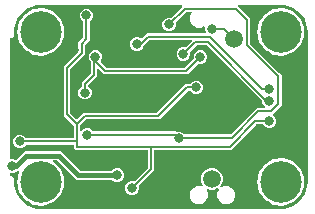
<source format=gbr>
G04 EAGLE Gerber RS-274X export*
G75*
%MOMM*%
%FSLAX34Y34*%
%LPD*%
%INBottom Copper*%
%IPPOS*%
%AMOC8*
5,1,8,0,0,1.08239X$1,22.5*%
G01*
%ADD10C,1.500000*%
%ADD11C,3.516000*%
%ADD12C,0.800100*%
%ADD13C,0.177800*%
%ADD14C,0.406400*%

G36*
X228643Y-86353D02*
X228643Y-86353D01*
X228670Y-86357D01*
X232107Y-86086D01*
X232261Y-86050D01*
X232311Y-86045D01*
X238849Y-83921D01*
X239087Y-83802D01*
X239092Y-83797D01*
X239097Y-83795D01*
X244658Y-79754D01*
X244847Y-79568D01*
X244851Y-79561D01*
X244854Y-79558D01*
X248895Y-73997D01*
X249017Y-73761D01*
X249019Y-73753D01*
X249021Y-73749D01*
X251145Y-67211D01*
X251171Y-67055D01*
X251186Y-67007D01*
X251457Y-63570D01*
X251453Y-63526D01*
X251459Y-63500D01*
X251459Y63500D01*
X251453Y63543D01*
X251457Y63570D01*
X251186Y67007D01*
X251150Y67161D01*
X251145Y67211D01*
X249021Y73749D01*
X248902Y73987D01*
X248897Y73992D01*
X248895Y73997D01*
X244854Y79558D01*
X244668Y79747D01*
X244661Y79751D01*
X244658Y79754D01*
X239097Y83795D01*
X238861Y83917D01*
X238853Y83919D01*
X238849Y83921D01*
X232312Y86045D01*
X232155Y86071D01*
X232107Y86086D01*
X228670Y86357D01*
X228626Y86353D01*
X228600Y86359D01*
X193243Y86359D01*
X193192Y86352D01*
X193140Y86353D01*
X193061Y86332D01*
X192980Y86319D01*
X192934Y86297D01*
X192884Y86283D01*
X192815Y86239D01*
X192741Y86204D01*
X192703Y86169D01*
X192659Y86141D01*
X192606Y86078D01*
X192546Y86022D01*
X192521Y85978D01*
X192487Y85938D01*
X192455Y85863D01*
X192415Y85792D01*
X192403Y85741D01*
X192383Y85694D01*
X192375Y85612D01*
X192357Y85532D01*
X192361Y85481D01*
X192356Y85429D01*
X192372Y85349D01*
X192378Y85267D01*
X192398Y85219D01*
X192408Y85169D01*
X192435Y85125D01*
X192477Y85020D01*
X192590Y84881D01*
X192615Y84843D01*
X200870Y76588D01*
X202693Y74765D01*
X202693Y54178D01*
X202696Y54157D01*
X202694Y54136D01*
X202716Y54026D01*
X202733Y53915D01*
X202742Y53896D01*
X202746Y53876D01*
X202770Y53837D01*
X202848Y53676D01*
X202925Y53593D01*
X202953Y53550D01*
X227540Y28963D01*
X229363Y27140D01*
X229363Y1435D01*
X222167Y-5761D01*
X222160Y-5770D01*
X222152Y-5776D01*
X222082Y-5876D01*
X222009Y-5975D01*
X222006Y-5985D01*
X221999Y-5994D01*
X221962Y-6110D01*
X221922Y-6226D01*
X221921Y-6237D01*
X221918Y-6247D01*
X221917Y-6369D01*
X221913Y-6492D01*
X221915Y-6502D01*
X221915Y-6513D01*
X221950Y-6630D01*
X221982Y-6748D01*
X221988Y-6757D01*
X221991Y-6767D01*
X222060Y-6869D01*
X222125Y-6972D01*
X222133Y-6979D01*
X222139Y-6988D01*
X222165Y-7006D01*
X222327Y-7144D01*
X223974Y-8791D01*
X224854Y-10915D01*
X224854Y-13215D01*
X223974Y-15339D01*
X222349Y-16964D01*
X220225Y-17844D01*
X217925Y-17844D01*
X215801Y-16964D01*
X214176Y-15339D01*
X214152Y-15281D01*
X214120Y-15228D01*
X214097Y-15170D01*
X214051Y-15115D01*
X214014Y-15053D01*
X213968Y-15012D01*
X213929Y-14964D01*
X213869Y-14924D01*
X213816Y-14877D01*
X213760Y-14851D01*
X213708Y-14817D01*
X213661Y-14806D01*
X213574Y-14767D01*
X213362Y-14740D01*
X213331Y-14733D01*
X208483Y-14733D01*
X208462Y-14736D01*
X208441Y-14734D01*
X208331Y-14756D01*
X208220Y-14773D01*
X208201Y-14782D01*
X208181Y-14786D01*
X208142Y-14810D01*
X207981Y-14888D01*
X207898Y-14965D01*
X207855Y-14993D01*
X186525Y-36323D01*
X122301Y-36323D01*
X122199Y-36338D01*
X122097Y-36346D01*
X122069Y-36358D01*
X122038Y-36363D01*
X121946Y-36407D01*
X121850Y-36445D01*
X121827Y-36465D01*
X121799Y-36478D01*
X121724Y-36548D01*
X121644Y-36613D01*
X121627Y-36639D01*
X121605Y-36660D01*
X121554Y-36749D01*
X121497Y-36834D01*
X121491Y-36858D01*
X121473Y-36890D01*
X121415Y-37150D01*
X121418Y-37188D01*
X121413Y-37211D01*
X121413Y-53810D01*
X108818Y-66405D01*
X108781Y-66455D01*
X108737Y-66498D01*
X108703Y-66561D01*
X108660Y-66619D01*
X108640Y-66677D01*
X108610Y-66732D01*
X108596Y-66802D01*
X108573Y-66870D01*
X108571Y-66932D01*
X108559Y-66993D01*
X108567Y-67040D01*
X108564Y-67136D01*
X108620Y-67342D01*
X108625Y-67373D01*
X108649Y-67430D01*
X108649Y-69730D01*
X107769Y-71854D01*
X106144Y-73479D01*
X104020Y-74359D01*
X101720Y-74359D01*
X99596Y-73479D01*
X97971Y-71854D01*
X97091Y-69730D01*
X97091Y-67430D01*
X97971Y-65306D01*
X99596Y-63681D01*
X101720Y-62801D01*
X104020Y-62801D01*
X104077Y-62825D01*
X104137Y-62840D01*
X104194Y-62864D01*
X104266Y-62871D01*
X104335Y-62888D01*
X104397Y-62885D01*
X104459Y-62891D01*
X104529Y-62877D01*
X104600Y-62873D01*
X104659Y-62851D01*
X104719Y-62839D01*
X104760Y-62813D01*
X104849Y-62780D01*
X105019Y-62649D01*
X105045Y-62632D01*
X115817Y-51860D01*
X115830Y-51843D01*
X115846Y-51830D01*
X115908Y-51736D01*
X115975Y-51646D01*
X115982Y-51626D01*
X115993Y-51609D01*
X116003Y-51564D01*
X116062Y-51395D01*
X116066Y-51282D01*
X116077Y-51232D01*
X116077Y-37211D01*
X116062Y-37109D01*
X116054Y-37007D01*
X116042Y-36979D01*
X116037Y-36948D01*
X115993Y-36856D01*
X115955Y-36760D01*
X115935Y-36737D01*
X115922Y-36709D01*
X115852Y-36634D01*
X115787Y-36554D01*
X115761Y-36537D01*
X115740Y-36515D01*
X115651Y-36464D01*
X115566Y-36407D01*
X115542Y-36401D01*
X115510Y-36383D01*
X115250Y-36325D01*
X115212Y-36328D01*
X115189Y-36323D01*
X54775Y-36323D01*
X53212Y-34760D01*
X53212Y-32766D01*
X53197Y-32664D01*
X53189Y-32562D01*
X53177Y-32534D01*
X53172Y-32503D01*
X53128Y-32411D01*
X53090Y-32315D01*
X53070Y-32292D01*
X53057Y-32264D01*
X52987Y-32189D01*
X52922Y-32109D01*
X52896Y-32092D01*
X52875Y-32070D01*
X52786Y-32019D01*
X52701Y-31962D01*
X52677Y-31956D01*
X52645Y-31938D01*
X52385Y-31880D01*
X52347Y-31883D01*
X52324Y-31878D01*
X13364Y-31878D01*
X13303Y-31887D01*
X13241Y-31886D01*
X13172Y-31907D01*
X13101Y-31918D01*
X13045Y-31944D01*
X12986Y-31962D01*
X12926Y-32002D01*
X12862Y-32033D01*
X12816Y-32076D01*
X12765Y-32110D01*
X12737Y-32149D01*
X12667Y-32215D01*
X12561Y-32400D01*
X12543Y-32426D01*
X12519Y-32484D01*
X10894Y-34109D01*
X8770Y-34989D01*
X6470Y-34989D01*
X4346Y-34109D01*
X2721Y-32484D01*
X1841Y-30360D01*
X1841Y-28060D01*
X2721Y-25936D01*
X4346Y-24311D01*
X6470Y-23431D01*
X8770Y-23431D01*
X10894Y-24311D01*
X12519Y-25936D01*
X12543Y-25994D01*
X12575Y-26047D01*
X12598Y-26105D01*
X12644Y-26160D01*
X12681Y-26222D01*
X12727Y-26263D01*
X12766Y-26311D01*
X12826Y-26351D01*
X12879Y-26398D01*
X12935Y-26424D01*
X12987Y-26458D01*
X13034Y-26469D01*
X13121Y-26508D01*
X13333Y-26535D01*
X13364Y-26542D01*
X52324Y-26542D01*
X52426Y-26527D01*
X52528Y-26519D01*
X52556Y-26507D01*
X52587Y-26502D01*
X52679Y-26458D01*
X52775Y-26420D01*
X52798Y-26400D01*
X52826Y-26387D01*
X52901Y-26317D01*
X52981Y-26252D01*
X52998Y-26226D01*
X53020Y-26205D01*
X53071Y-26116D01*
X53128Y-26031D01*
X53134Y-26007D01*
X53152Y-25975D01*
X53210Y-25715D01*
X53207Y-25677D01*
X53212Y-25654D01*
X53212Y-16078D01*
X53209Y-16057D01*
X53211Y-16036D01*
X53189Y-15926D01*
X53172Y-15815D01*
X53163Y-15796D01*
X53159Y-15776D01*
X53135Y-15737D01*
X53057Y-15576D01*
X52980Y-15493D01*
X52952Y-15450D01*
X44957Y-7455D01*
X44957Y34221D01*
X57080Y46343D01*
X57092Y46360D01*
X57108Y46373D01*
X57171Y46467D01*
X57237Y46557D01*
X57244Y46577D01*
X57256Y46594D01*
X57266Y46639D01*
X57325Y46808D01*
X57329Y46921D01*
X57340Y46971D01*
X57340Y54763D01*
X61207Y58630D01*
X61220Y58647D01*
X61236Y58660D01*
X61298Y58754D01*
X61365Y58844D01*
X61372Y58864D01*
X61383Y58881D01*
X61393Y58926D01*
X61452Y59095D01*
X61456Y59208D01*
X61467Y59258D01*
X61467Y71726D01*
X61458Y71787D01*
X61459Y71849D01*
X61438Y71918D01*
X61427Y71989D01*
X61401Y72045D01*
X61383Y72104D01*
X61343Y72164D01*
X61312Y72228D01*
X61269Y72274D01*
X61235Y72325D01*
X61196Y72353D01*
X61130Y72423D01*
X60945Y72529D01*
X60919Y72547D01*
X60861Y72571D01*
X59236Y74196D01*
X58356Y76320D01*
X58356Y78620D01*
X59236Y80744D01*
X60861Y82369D01*
X62985Y83249D01*
X65285Y83249D01*
X67409Y82369D01*
X69034Y80744D01*
X69914Y78620D01*
X69914Y76320D01*
X69034Y74196D01*
X67409Y72571D01*
X67351Y72547D01*
X67298Y72515D01*
X67240Y72492D01*
X67185Y72446D01*
X67123Y72409D01*
X67082Y72363D01*
X67034Y72324D01*
X66994Y72264D01*
X66947Y72211D01*
X66921Y72155D01*
X66887Y72103D01*
X66876Y72056D01*
X66837Y71969D01*
X66810Y71757D01*
X66803Y71726D01*
X66803Y56680D01*
X62935Y52813D01*
X62923Y52796D01*
X62907Y52782D01*
X62892Y52761D01*
X62890Y52759D01*
X62886Y52751D01*
X62844Y52689D01*
X62778Y52599D01*
X62771Y52579D01*
X62759Y52561D01*
X62749Y52517D01*
X62690Y52348D01*
X62686Y52235D01*
X62675Y52185D01*
X62675Y44393D01*
X50553Y32271D01*
X50540Y32254D01*
X50524Y32241D01*
X50462Y32147D01*
X50395Y32057D01*
X50388Y32037D01*
X50377Y32020D01*
X50367Y31975D01*
X50308Y31806D01*
X50304Y31693D01*
X50293Y31643D01*
X50293Y-4877D01*
X50296Y-4898D01*
X50294Y-4919D01*
X50316Y-5029D01*
X50333Y-5140D01*
X50342Y-5159D01*
X50346Y-5179D01*
X50370Y-5218D01*
X50448Y-5379D01*
X50525Y-5462D01*
X50553Y-5505D01*
X55252Y-10204D01*
X55335Y-10265D01*
X55413Y-10332D01*
X55441Y-10344D01*
X55466Y-10362D01*
X55563Y-10396D01*
X55657Y-10436D01*
X55688Y-10439D01*
X55717Y-10449D01*
X55820Y-10453D01*
X55922Y-10463D01*
X55952Y-10457D01*
X55983Y-10458D01*
X56082Y-10431D01*
X56182Y-10411D01*
X56203Y-10398D01*
X56239Y-10389D01*
X56463Y-10246D01*
X56488Y-10217D01*
X56508Y-10204D01*
X61760Y-4952D01*
X123622Y-4952D01*
X123643Y-4949D01*
X123664Y-4951D01*
X123774Y-4929D01*
X123885Y-4912D01*
X123904Y-4903D01*
X123924Y-4899D01*
X123963Y-4875D01*
X124124Y-4797D01*
X124207Y-4720D01*
X124250Y-4692D01*
X148120Y19178D01*
X151419Y19178D01*
X151480Y19187D01*
X151542Y19186D01*
X151611Y19207D01*
X151681Y19218D01*
X151737Y19244D01*
X151797Y19262D01*
X151856Y19302D01*
X151921Y19333D01*
X151966Y19376D01*
X152018Y19410D01*
X152045Y19449D01*
X152115Y19515D01*
X152221Y19700D01*
X152239Y19726D01*
X152263Y19784D01*
X153889Y21409D01*
X156013Y22289D01*
X158312Y22289D01*
X160436Y21409D01*
X162062Y19784D01*
X162942Y17660D01*
X162942Y15360D01*
X162062Y13236D01*
X160436Y11611D01*
X158312Y10731D01*
X156013Y10731D01*
X153889Y11611D01*
X152263Y13236D01*
X152239Y13294D01*
X152207Y13347D01*
X152184Y13405D01*
X152139Y13460D01*
X152102Y13522D01*
X152056Y13563D01*
X152017Y13611D01*
X151957Y13651D01*
X151903Y13698D01*
X151847Y13724D01*
X151795Y13758D01*
X151748Y13769D01*
X151661Y13808D01*
X151449Y13835D01*
X151419Y13842D01*
X150698Y13842D01*
X150677Y13839D01*
X150656Y13841D01*
X150546Y13819D01*
X150435Y13802D01*
X150416Y13793D01*
X150396Y13789D01*
X150357Y13765D01*
X150196Y13687D01*
X150113Y13610D01*
X150070Y13582D01*
X128023Y-8465D01*
X126200Y-10288D01*
X64338Y-10288D01*
X64317Y-10291D01*
X64296Y-10289D01*
X64186Y-10311D01*
X64075Y-10328D01*
X64056Y-10337D01*
X64036Y-10341D01*
X63997Y-10365D01*
X63836Y-10443D01*
X63753Y-10520D01*
X63710Y-10548D01*
X58808Y-15450D01*
X58795Y-15467D01*
X58779Y-15480D01*
X58717Y-15574D01*
X58650Y-15664D01*
X58643Y-15684D01*
X58632Y-15701D01*
X58622Y-15746D01*
X58563Y-15915D01*
X58559Y-16028D01*
X58548Y-16078D01*
X58548Y-19400D01*
X58555Y-19451D01*
X58554Y-19502D01*
X58575Y-19582D01*
X58588Y-19663D01*
X58610Y-19709D01*
X58624Y-19759D01*
X58668Y-19828D01*
X58703Y-19902D01*
X58738Y-19940D01*
X58766Y-19983D01*
X58829Y-20036D01*
X58885Y-20096D01*
X58929Y-20122D01*
X58969Y-20155D01*
X59044Y-20188D01*
X59115Y-20228D01*
X59166Y-20239D01*
X59213Y-20260D01*
X59295Y-20268D01*
X59375Y-20286D01*
X59426Y-20282D01*
X59478Y-20287D01*
X59558Y-20271D01*
X59640Y-20264D01*
X59688Y-20245D01*
X59738Y-20235D01*
X59782Y-20207D01*
X59887Y-20165D01*
X60026Y-20052D01*
X60064Y-20028D01*
X61496Y-18596D01*
X63620Y-17716D01*
X65920Y-17716D01*
X68044Y-18596D01*
X69669Y-20221D01*
X69693Y-20279D01*
X69725Y-20332D01*
X69748Y-20390D01*
X69794Y-20445D01*
X69831Y-20507D01*
X69877Y-20548D01*
X69916Y-20596D01*
X69976Y-20636D01*
X70029Y-20683D01*
X70085Y-20709D01*
X70137Y-20743D01*
X70184Y-20754D01*
X70271Y-20793D01*
X70483Y-20820D01*
X70514Y-20827D01*
X140203Y-20827D01*
X140221Y-20837D01*
X140279Y-20880D01*
X140337Y-20900D01*
X140392Y-20930D01*
X140462Y-20944D01*
X140530Y-20967D01*
X140592Y-20969D01*
X140653Y-20981D01*
X140700Y-20973D01*
X140796Y-20976D01*
X141002Y-20920D01*
X141033Y-20915D01*
X141090Y-20891D01*
X143390Y-20891D01*
X145514Y-21771D01*
X146850Y-23107D01*
X146867Y-23120D01*
X146880Y-23136D01*
X146974Y-23198D01*
X147064Y-23265D01*
X147084Y-23272D01*
X147101Y-23283D01*
X147146Y-23293D01*
X147315Y-23352D01*
X147428Y-23356D01*
X147478Y-23367D01*
X185852Y-23367D01*
X185873Y-23364D01*
X185894Y-23366D01*
X186004Y-23344D01*
X186115Y-23327D01*
X186134Y-23318D01*
X186154Y-23314D01*
X186193Y-23290D01*
X186354Y-23212D01*
X186437Y-23135D01*
X186480Y-23107D01*
X206622Y-2965D01*
X208445Y-1142D01*
X214345Y-1142D01*
X214396Y-1135D01*
X214447Y-1136D01*
X214527Y-1115D01*
X214608Y-1102D01*
X214654Y-1080D01*
X214704Y-1066D01*
X214773Y-1022D01*
X214847Y-987D01*
X214885Y-951D01*
X214928Y-924D01*
X214981Y-861D01*
X215041Y-805D01*
X215067Y-761D01*
X215100Y-721D01*
X215133Y-646D01*
X215173Y-575D01*
X215184Y-524D01*
X215205Y-477D01*
X215213Y-395D01*
X215231Y-315D01*
X215227Y-264D01*
X215232Y-212D01*
X215216Y-132D01*
X215209Y-50D01*
X215190Y-2D01*
X215180Y48D01*
X215152Y92D01*
X215110Y197D01*
X214997Y336D01*
X214973Y374D01*
X213541Y1806D01*
X212661Y3930D01*
X212661Y4814D01*
X212658Y4834D01*
X212660Y4855D01*
X212638Y4966D01*
X212621Y5076D01*
X212612Y5095D01*
X212608Y5116D01*
X212583Y5154D01*
X212505Y5316D01*
X212428Y5398D01*
X212401Y5442D01*
X166033Y51809D01*
X166016Y51822D01*
X166003Y51838D01*
X165909Y51900D01*
X165819Y51967D01*
X165799Y51974D01*
X165782Y51985D01*
X165737Y51995D01*
X165568Y52054D01*
X165455Y52058D01*
X165405Y52069D01*
X157651Y52069D01*
X157630Y52066D01*
X157609Y52068D01*
X157499Y52046D01*
X157388Y52029D01*
X157369Y52020D01*
X157349Y52016D01*
X157310Y51992D01*
X157149Y51914D01*
X157066Y51837D01*
X157023Y51809D01*
X152093Y46879D01*
X152056Y46829D01*
X152012Y46786D01*
X151978Y46723D01*
X151935Y46665D01*
X151915Y46607D01*
X151885Y46552D01*
X151871Y46482D01*
X151848Y46414D01*
X151846Y46352D01*
X151834Y46291D01*
X151842Y46244D01*
X151839Y46148D01*
X151895Y45942D01*
X151900Y45911D01*
X151924Y45854D01*
X151924Y43554D01*
X151044Y41430D01*
X149419Y39805D01*
X147295Y38925D01*
X144995Y38925D01*
X142871Y39805D01*
X141246Y41430D01*
X140366Y43554D01*
X140366Y45854D01*
X141246Y47978D01*
X142871Y49603D01*
X144995Y50483D01*
X147295Y50483D01*
X147352Y50459D01*
X147412Y50445D01*
X147469Y50420D01*
X147541Y50413D01*
X147610Y50396D01*
X147672Y50399D01*
X147734Y50393D01*
X147804Y50407D01*
X147876Y50411D01*
X147934Y50433D01*
X147994Y50445D01*
X148035Y50471D01*
X148125Y50504D01*
X148227Y50584D01*
X148234Y50587D01*
X148246Y50598D01*
X148294Y50635D01*
X148320Y50652D01*
X153047Y55379D01*
X153078Y55420D01*
X153116Y55456D01*
X153156Y55527D01*
X153205Y55593D01*
X153222Y55642D01*
X153247Y55686D01*
X153265Y55766D01*
X153292Y55844D01*
X153294Y55896D01*
X153305Y55946D01*
X153299Y56028D01*
X153301Y56110D01*
X153288Y56159D01*
X153284Y56211D01*
X153253Y56287D01*
X153232Y56366D01*
X153204Y56410D01*
X153185Y56458D01*
X153133Y56521D01*
X153089Y56590D01*
X153050Y56624D01*
X153017Y56664D01*
X152949Y56709D01*
X152886Y56762D01*
X152839Y56783D01*
X152796Y56811D01*
X152746Y56823D01*
X152642Y56867D01*
X152464Y56885D01*
X152419Y56895D01*
X117888Y56895D01*
X117867Y56892D01*
X117846Y56894D01*
X117736Y56872D01*
X117625Y56855D01*
X117606Y56846D01*
X117586Y56842D01*
X117547Y56818D01*
X117386Y56740D01*
X117303Y56663D01*
X117260Y56635D01*
X112908Y52283D01*
X112750Y52069D01*
X112733Y52020D01*
X112715Y51995D01*
X111916Y50066D01*
X110291Y48441D01*
X108167Y47561D01*
X105867Y47561D01*
X103743Y48441D01*
X102118Y50066D01*
X101238Y52190D01*
X101238Y54490D01*
X102118Y56614D01*
X103743Y58239D01*
X105867Y59119D01*
X108167Y59119D01*
X110383Y58201D01*
X110389Y58196D01*
X110423Y58185D01*
X110454Y58172D01*
X110474Y58167D01*
X110487Y58162D01*
X110582Y58122D01*
X110612Y58119D01*
X110640Y58109D01*
X110743Y58105D01*
X110846Y58094D01*
X110876Y58100D01*
X110906Y58099D01*
X111005Y58126D01*
X111107Y58146D01*
X111127Y58159D01*
X111163Y58169D01*
X111387Y58311D01*
X111412Y58340D01*
X111433Y58353D01*
X115310Y62231D01*
X164173Y62231D01*
X164184Y62232D01*
X164194Y62231D01*
X164315Y62252D01*
X164436Y62271D01*
X164445Y62275D01*
X164456Y62277D01*
X164565Y62333D01*
X164675Y62386D01*
X164683Y62393D01*
X164692Y62398D01*
X164780Y62484D01*
X164870Y62568D01*
X164875Y62577D01*
X164882Y62584D01*
X164941Y62692D01*
X165001Y62798D01*
X165004Y62809D01*
X165009Y62818D01*
X165033Y62938D01*
X165059Y63058D01*
X165058Y63068D01*
X165060Y63079D01*
X165055Y63109D01*
X165038Y63323D01*
X165002Y63411D01*
X164994Y63459D01*
X164401Y64890D01*
X164401Y67366D01*
X164400Y67372D01*
X164402Y67392D01*
X164388Y67473D01*
X164384Y67554D01*
X164365Y67603D01*
X164362Y67624D01*
X164361Y67629D01*
X164357Y67654D01*
X164319Y67726D01*
X164290Y67803D01*
X164259Y67844D01*
X164235Y67890D01*
X164178Y67949D01*
X164128Y68014D01*
X164086Y68043D01*
X164049Y68080D01*
X163977Y68119D01*
X163910Y68166D01*
X163861Y68182D01*
X163816Y68207D01*
X163735Y68223D01*
X163657Y68248D01*
X163605Y68248D01*
X163555Y68258D01*
X163504Y68249D01*
X163391Y68251D01*
X163330Y68233D01*
X163309Y68231D01*
X163263Y68213D01*
X163219Y68199D01*
X163175Y68192D01*
X160815Y67214D01*
X157815Y67214D01*
X155044Y68362D01*
X152922Y70484D01*
X151774Y73255D01*
X151774Y76255D01*
X152930Y79045D01*
X152965Y79078D01*
X153006Y79149D01*
X153054Y79215D01*
X153071Y79264D01*
X153097Y79308D01*
X153115Y79388D01*
X153142Y79466D01*
X153144Y79517D01*
X153155Y79568D01*
X153148Y79650D01*
X153151Y79731D01*
X153137Y79781D01*
X153133Y79833D01*
X153103Y79909D01*
X153081Y79988D01*
X153053Y80032D01*
X153034Y80080D01*
X152982Y80143D01*
X152939Y80212D01*
X152899Y80246D01*
X152867Y80286D01*
X152798Y80331D01*
X152736Y80384D01*
X152689Y80405D01*
X152645Y80433D01*
X152595Y80445D01*
X152492Y80489D01*
X152313Y80507D01*
X152269Y80517D01*
X148793Y80517D01*
X148772Y80514D01*
X148751Y80516D01*
X148641Y80494D01*
X148530Y80477D01*
X148511Y80468D01*
X148491Y80464D01*
X148452Y80440D01*
X148291Y80362D01*
X148208Y80285D01*
X148165Y80257D01*
X139933Y72025D01*
X139896Y71975D01*
X139852Y71932D01*
X139818Y71869D01*
X139775Y71811D01*
X139755Y71753D01*
X139725Y71698D01*
X139711Y71628D01*
X139688Y71560D01*
X139686Y71498D01*
X139674Y71437D01*
X139682Y71390D01*
X139679Y71294D01*
X139735Y71088D01*
X139740Y71057D01*
X139764Y71000D01*
X139764Y68700D01*
X138884Y66576D01*
X137259Y64951D01*
X135135Y64071D01*
X132835Y64071D01*
X130711Y64951D01*
X129086Y66576D01*
X128206Y68700D01*
X128206Y71000D01*
X129086Y73124D01*
X130711Y74749D01*
X132835Y75629D01*
X135135Y75629D01*
X135192Y75605D01*
X135252Y75590D01*
X135309Y75566D01*
X135381Y75559D01*
X135450Y75542D01*
X135512Y75545D01*
X135574Y75539D01*
X135644Y75553D01*
X135715Y75557D01*
X135774Y75579D01*
X135834Y75591D01*
X135875Y75617D01*
X135964Y75650D01*
X136134Y75781D01*
X136160Y75798D01*
X144392Y84030D01*
X145205Y84843D01*
X145236Y84884D01*
X145274Y84920D01*
X145314Y84991D01*
X145363Y85057D01*
X145380Y85106D01*
X145405Y85150D01*
X145423Y85230D01*
X145450Y85308D01*
X145452Y85360D01*
X145463Y85410D01*
X145457Y85492D01*
X145459Y85574D01*
X145446Y85623D01*
X145442Y85675D01*
X145411Y85751D01*
X145390Y85830D01*
X145362Y85874D01*
X145343Y85922D01*
X145291Y85985D01*
X145247Y86054D01*
X145208Y86088D01*
X145175Y86128D01*
X145107Y86173D01*
X145044Y86226D01*
X144997Y86247D01*
X144954Y86275D01*
X144904Y86287D01*
X144800Y86331D01*
X144622Y86349D01*
X144577Y86359D01*
X25400Y86359D01*
X25357Y86353D01*
X25330Y86357D01*
X21893Y86086D01*
X21739Y86050D01*
X21689Y86045D01*
X15151Y83921D01*
X14913Y83802D01*
X14908Y83797D01*
X14903Y83795D01*
X9342Y79754D01*
X9153Y79568D01*
X9149Y79561D01*
X9146Y79558D01*
X5105Y73997D01*
X4983Y73761D01*
X4981Y73753D01*
X4979Y73749D01*
X2855Y67211D01*
X2829Y67055D01*
X2814Y67007D01*
X2543Y63570D01*
X2547Y63526D01*
X2541Y63500D01*
X2541Y59908D01*
X1052Y58419D01*
X0Y58419D01*
X-102Y58404D01*
X-204Y58396D01*
X-232Y58384D01*
X-263Y58379D01*
X-355Y58335D01*
X-451Y58297D01*
X-474Y58277D01*
X-502Y58264D01*
X-577Y58194D01*
X-657Y58129D01*
X-674Y58103D01*
X-696Y58082D01*
X-747Y57993D01*
X-804Y57908D01*
X-810Y57884D01*
X-828Y57852D01*
X-886Y57592D01*
X-883Y57554D01*
X-888Y57531D01*
X-888Y-43498D01*
X-873Y-43599D01*
X-865Y-43701D01*
X-853Y-43730D01*
X-848Y-43760D01*
X-804Y-43853D01*
X-766Y-43948D01*
X-746Y-43972D01*
X-733Y-44000D01*
X-663Y-44075D01*
X-598Y-44154D01*
X-572Y-44171D01*
X-551Y-44194D01*
X-462Y-44245D01*
X-377Y-44302D01*
X-353Y-44307D01*
X-321Y-44326D01*
X-61Y-44384D01*
X-23Y-44381D01*
X0Y-44386D01*
X2420Y-44386D01*
X3579Y-44866D01*
X3639Y-44881D01*
X3696Y-44905D01*
X3768Y-44913D01*
X3837Y-44930D01*
X3899Y-44926D01*
X3961Y-44933D01*
X4031Y-44919D01*
X4103Y-44915D01*
X4161Y-44893D01*
X4222Y-44881D01*
X4262Y-44855D01*
X4352Y-44821D01*
X4521Y-44690D01*
X4547Y-44674D01*
X9231Y-39990D01*
X11724Y-37497D01*
X42251Y-37497D01*
X58468Y-53714D01*
X58485Y-53727D01*
X58498Y-53743D01*
X58592Y-53805D01*
X58682Y-53872D01*
X58702Y-53879D01*
X58720Y-53890D01*
X58764Y-53900D01*
X58933Y-53959D01*
X59046Y-53963D01*
X59096Y-53974D01*
X85392Y-53974D01*
X85413Y-53971D01*
X85434Y-53973D01*
X85544Y-53951D01*
X85655Y-53934D01*
X85674Y-53925D01*
X85695Y-53921D01*
X85733Y-53897D01*
X85894Y-53819D01*
X85977Y-53742D01*
X86020Y-53714D01*
X86849Y-52886D01*
X88973Y-52006D01*
X91272Y-52006D01*
X93396Y-52886D01*
X95022Y-54511D01*
X95902Y-56635D01*
X95902Y-58935D01*
X95022Y-61059D01*
X93396Y-62684D01*
X91272Y-63564D01*
X88973Y-63564D01*
X86849Y-62684D01*
X86020Y-61856D01*
X86003Y-61843D01*
X85990Y-61827D01*
X85897Y-61765D01*
X85806Y-61698D01*
X85787Y-61691D01*
X85769Y-61680D01*
X85725Y-61670D01*
X85555Y-61611D01*
X85443Y-61607D01*
X85392Y-61596D01*
X55572Y-61596D01*
X39355Y-45379D01*
X39338Y-45366D01*
X39325Y-45350D01*
X39231Y-45288D01*
X39141Y-45221D01*
X39121Y-45214D01*
X39103Y-45203D01*
X39059Y-45193D01*
X38890Y-45134D01*
X38777Y-45130D01*
X38727Y-45119D01*
X36742Y-45119D01*
X36668Y-45130D01*
X36593Y-45131D01*
X36537Y-45150D01*
X36479Y-45159D01*
X36412Y-45191D01*
X36341Y-45214D01*
X36293Y-45249D01*
X36240Y-45274D01*
X36185Y-45325D01*
X36124Y-45369D01*
X36088Y-45415D01*
X36045Y-45456D01*
X36008Y-45521D01*
X35963Y-45580D01*
X35943Y-45635D01*
X35913Y-45686D01*
X35897Y-45759D01*
X35871Y-45830D01*
X35868Y-45888D01*
X35856Y-45946D01*
X35862Y-46020D01*
X35858Y-46095D01*
X35872Y-46152D01*
X35877Y-46211D01*
X35905Y-46280D01*
X35924Y-46353D01*
X35948Y-46387D01*
X35976Y-46458D01*
X36144Y-46664D01*
X36146Y-46666D01*
X36147Y-46667D01*
X41694Y-51661D01*
X45101Y-59312D01*
X45101Y-67688D01*
X41694Y-75339D01*
X35470Y-80943D01*
X27505Y-83531D01*
X19176Y-82655D01*
X14449Y-79926D01*
X14386Y-79901D01*
X14377Y-79895D01*
X14347Y-79867D01*
X11923Y-78468D01*
X9129Y-74622D01*
X9064Y-74556D01*
X9039Y-74516D01*
X8984Y-74461D01*
X8957Y-74417D01*
X8935Y-74361D01*
X8903Y-74322D01*
X8891Y-74294D01*
X7000Y-71692D01*
X6133Y-67611D01*
X6094Y-67506D01*
X6085Y-67455D01*
X6041Y-67351D01*
X6041Y-67273D01*
X6021Y-67142D01*
X6022Y-67088D01*
X5259Y-63500D01*
X6022Y-59912D01*
X6027Y-59828D01*
X6039Y-59773D01*
X6037Y-59746D01*
X6041Y-59727D01*
X6041Y-59649D01*
X6085Y-59545D01*
X6112Y-59436D01*
X6133Y-59389D01*
X7011Y-55259D01*
X7053Y-55185D01*
X7057Y-55167D01*
X7066Y-55150D01*
X7086Y-55037D01*
X7111Y-54925D01*
X7110Y-54907D01*
X7113Y-54889D01*
X7099Y-54774D01*
X7090Y-54660D01*
X7083Y-54643D01*
X7081Y-54625D01*
X7033Y-54520D01*
X6991Y-54413D01*
X6979Y-54399D01*
X6971Y-54382D01*
X6896Y-54296D01*
X6823Y-54207D01*
X6808Y-54197D01*
X6796Y-54183D01*
X6697Y-54123D01*
X6602Y-54060D01*
X6588Y-54056D01*
X6569Y-54045D01*
X6311Y-53980D01*
X6257Y-53983D01*
X6225Y-53976D01*
X6000Y-53976D01*
X5980Y-53979D01*
X5959Y-53977D01*
X5848Y-53999D01*
X5737Y-54016D01*
X5719Y-54025D01*
X5698Y-54029D01*
X5659Y-54053D01*
X5498Y-54131D01*
X5416Y-54208D01*
X5372Y-54236D01*
X4544Y-55064D01*
X2420Y-55944D01*
X0Y-55944D01*
X-102Y-55960D01*
X-204Y-55968D01*
X-232Y-55979D01*
X-263Y-55984D01*
X-355Y-56029D01*
X-451Y-56067D01*
X-474Y-56086D01*
X-502Y-56100D01*
X-577Y-56170D01*
X-657Y-56235D01*
X-674Y-56260D01*
X-696Y-56281D01*
X-747Y-56370D01*
X-804Y-56456D01*
X-810Y-56479D01*
X-828Y-56512D01*
X-886Y-56771D01*
X-883Y-56809D01*
X-888Y-56832D01*
X-888Y-57531D01*
X-873Y-57633D01*
X-865Y-57735D01*
X-853Y-57763D01*
X-848Y-57794D01*
X-804Y-57886D01*
X-766Y-57982D01*
X-746Y-58005D01*
X-733Y-58033D01*
X-663Y-58108D01*
X-598Y-58188D01*
X-572Y-58205D01*
X-551Y-58227D01*
X-462Y-58278D01*
X-377Y-58335D01*
X-353Y-58341D01*
X-321Y-58359D01*
X-61Y-58417D01*
X-23Y-58414D01*
X0Y-58419D01*
X1052Y-58419D01*
X2541Y-59908D01*
X2541Y-63500D01*
X2547Y-63543D01*
X2543Y-63570D01*
X2814Y-67007D01*
X2850Y-67161D01*
X2855Y-67211D01*
X4979Y-73749D01*
X5098Y-73987D01*
X5103Y-73992D01*
X5105Y-73997D01*
X9146Y-79558D01*
X9332Y-79747D01*
X9339Y-79751D01*
X9342Y-79754D01*
X14903Y-83795D01*
X15139Y-83917D01*
X15147Y-83919D01*
X15151Y-83921D01*
X21689Y-86045D01*
X21845Y-86071D01*
X21893Y-86086D01*
X25330Y-86357D01*
X25374Y-86353D01*
X25400Y-86359D01*
X228600Y-86359D01*
X228643Y-86353D01*
G37*
%LPC*%
G36*
X19176Y44345D02*
X19176Y44345D01*
X14449Y47074D01*
X14386Y47099D01*
X14377Y47105D01*
X14347Y47133D01*
X11923Y48532D01*
X9129Y52378D01*
X9064Y52444D01*
X9039Y52484D01*
X8984Y52539D01*
X8938Y52615D01*
X8920Y52658D01*
X8901Y52682D01*
X8891Y52706D01*
X7000Y55308D01*
X6133Y59389D01*
X6094Y59494D01*
X6085Y59545D01*
X6041Y59649D01*
X6041Y59727D01*
X6021Y59858D01*
X6022Y59912D01*
X5259Y63500D01*
X6022Y67088D01*
X6028Y67199D01*
X6039Y67247D01*
X6038Y67259D01*
X6041Y67273D01*
X6041Y67351D01*
X6085Y67455D01*
X6112Y67564D01*
X6133Y67611D01*
X7000Y71692D01*
X8891Y74294D01*
X8963Y74434D01*
X8979Y74456D01*
X9039Y74516D01*
X9094Y74591D01*
X9129Y74622D01*
X11923Y78468D01*
X14347Y79867D01*
X14371Y79887D01*
X14397Y79899D01*
X14414Y79915D01*
X14449Y79926D01*
X19176Y82655D01*
X27505Y83531D01*
X35470Y80942D01*
X37532Y79087D01*
X41694Y75339D01*
X45101Y67688D01*
X45101Y59312D01*
X41694Y51661D01*
X35470Y46057D01*
X27505Y43469D01*
X19176Y44345D01*
G37*
%LPD*%
%LPC*%
G36*
X222376Y44345D02*
X222376Y44345D01*
X217649Y47074D01*
X217586Y47099D01*
X217577Y47105D01*
X217547Y47133D01*
X215123Y48532D01*
X212329Y52378D01*
X212264Y52444D01*
X212239Y52484D01*
X212184Y52539D01*
X212138Y52615D01*
X212120Y52658D01*
X212101Y52682D01*
X212091Y52706D01*
X210200Y55308D01*
X209333Y59389D01*
X209294Y59494D01*
X209285Y59545D01*
X209241Y59649D01*
X209241Y59727D01*
X209221Y59858D01*
X209222Y59912D01*
X208459Y63500D01*
X209222Y67088D01*
X209228Y67199D01*
X209239Y67247D01*
X209238Y67259D01*
X209241Y67273D01*
X209241Y67351D01*
X209285Y67455D01*
X209312Y67564D01*
X209333Y67611D01*
X210200Y71692D01*
X212091Y74294D01*
X212163Y74434D01*
X212179Y74456D01*
X212239Y74516D01*
X212294Y74591D01*
X212329Y74622D01*
X215123Y78468D01*
X217547Y79867D01*
X217571Y79887D01*
X217597Y79899D01*
X217614Y79915D01*
X217649Y79926D01*
X222376Y82655D01*
X230705Y83531D01*
X238670Y80942D01*
X240732Y79087D01*
X244894Y75339D01*
X248301Y67688D01*
X248301Y59312D01*
X244894Y51661D01*
X238670Y46057D01*
X230705Y43469D01*
X222376Y44345D01*
G37*
%LPD*%
%LPC*%
G36*
X222376Y-82655D02*
X222376Y-82655D01*
X217649Y-79926D01*
X217586Y-79901D01*
X217577Y-79895D01*
X217547Y-79867D01*
X215123Y-78468D01*
X212329Y-74622D01*
X212264Y-74556D01*
X212239Y-74516D01*
X212184Y-74461D01*
X212157Y-74417D01*
X212135Y-74361D01*
X212103Y-74322D01*
X212091Y-74294D01*
X210200Y-71692D01*
X209333Y-67611D01*
X209294Y-67506D01*
X209285Y-67455D01*
X209241Y-67351D01*
X209241Y-67273D01*
X209221Y-67142D01*
X209222Y-67088D01*
X208459Y-63500D01*
X209222Y-59912D01*
X209227Y-59828D01*
X209239Y-59773D01*
X209237Y-59746D01*
X209241Y-59727D01*
X209241Y-59649D01*
X209285Y-59545D01*
X209312Y-59436D01*
X209333Y-59389D01*
X210200Y-55308D01*
X212091Y-52706D01*
X212163Y-52566D01*
X212179Y-52544D01*
X212239Y-52484D01*
X212294Y-52409D01*
X212329Y-52378D01*
X215123Y-48532D01*
X217547Y-47133D01*
X217561Y-47122D01*
X217563Y-47121D01*
X217567Y-47117D01*
X217592Y-47097D01*
X217609Y-47087D01*
X217649Y-47074D01*
X222376Y-44345D01*
X230705Y-43469D01*
X238670Y-46058D01*
X240754Y-47933D01*
X244894Y-51661D01*
X248301Y-59312D01*
X248301Y-67688D01*
X244894Y-75339D01*
X238670Y-80943D01*
X230705Y-83531D01*
X222376Y-82655D01*
G37*
%LPD*%
%LPC*%
G36*
X61715Y6286D02*
X61715Y6286D01*
X59591Y7166D01*
X57966Y8791D01*
X57086Y10915D01*
X57086Y13215D01*
X57966Y15339D01*
X59591Y16964D01*
X59649Y16988D01*
X59702Y17020D01*
X59760Y17043D01*
X59815Y17089D01*
X59877Y17126D01*
X59918Y17172D01*
X59966Y17211D01*
X60006Y17271D01*
X60053Y17324D01*
X60079Y17380D01*
X60113Y17432D01*
X60124Y17479D01*
X60163Y17566D01*
X60190Y17778D01*
X60197Y17809D01*
X60197Y20790D01*
X67557Y28150D01*
X67570Y28167D01*
X67586Y28180D01*
X67648Y28273D01*
X67715Y28364D01*
X67722Y28384D01*
X67733Y28401D01*
X67743Y28446D01*
X67802Y28615D01*
X67806Y28728D01*
X67817Y28778D01*
X67817Y37942D01*
X67814Y37962D01*
X67816Y37983D01*
X67794Y38094D01*
X67777Y38205D01*
X67768Y38223D01*
X67764Y38244D01*
X67740Y38283D01*
X67662Y38444D01*
X67585Y38526D01*
X67557Y38570D01*
X66856Y39271D01*
X65976Y41395D01*
X65976Y43695D01*
X66856Y45819D01*
X68481Y47444D01*
X70605Y48324D01*
X72905Y48324D01*
X75029Y47444D01*
X76654Y45819D01*
X77534Y43695D01*
X77534Y41395D01*
X76654Y39271D01*
X76451Y39068D01*
X76390Y38985D01*
X76324Y38907D01*
X76312Y38879D01*
X76293Y38854D01*
X76260Y38757D01*
X76219Y38663D01*
X76216Y38632D01*
X76206Y38603D01*
X76202Y38500D01*
X76192Y38398D01*
X76198Y38368D01*
X76197Y38337D01*
X76224Y38238D01*
X76244Y38137D01*
X76257Y38117D01*
X76267Y38081D01*
X76409Y37856D01*
X76438Y37832D01*
X76451Y37812D01*
X80855Y33408D01*
X80872Y33395D01*
X80885Y33379D01*
X80979Y33317D01*
X81069Y33250D01*
X81089Y33243D01*
X81106Y33232D01*
X81151Y33222D01*
X81320Y33163D01*
X81433Y33159D01*
X81483Y33148D01*
X147308Y33148D01*
X147328Y33151D01*
X147349Y33149D01*
X147460Y33171D01*
X147570Y33188D01*
X147589Y33197D01*
X147610Y33201D01*
X147648Y33225D01*
X147810Y33303D01*
X147892Y33380D01*
X147936Y33408D01*
X154707Y40179D01*
X154744Y40229D01*
X154788Y40273D01*
X154822Y40336D01*
X154865Y40393D01*
X154885Y40452D01*
X154915Y40506D01*
X154929Y40577D01*
X154952Y40644D01*
X154954Y40706D01*
X154966Y40767D01*
X154958Y40815D01*
X154961Y40910D01*
X154905Y41117D01*
X154900Y41147D01*
X154876Y41205D01*
X154876Y43504D01*
X155756Y45628D01*
X157381Y47254D01*
X159505Y48134D01*
X161805Y48134D01*
X163929Y47254D01*
X165554Y45628D01*
X166434Y43504D01*
X166434Y41205D01*
X165554Y39081D01*
X163929Y37455D01*
X161805Y36575D01*
X159505Y36575D01*
X159448Y36599D01*
X159388Y36614D01*
X159331Y36638D01*
X159259Y36646D01*
X159190Y36663D01*
X159128Y36659D01*
X159066Y36666D01*
X158996Y36652D01*
X158925Y36648D01*
X158866Y36626D01*
X158806Y36614D01*
X158765Y36588D01*
X158676Y36554D01*
X158506Y36423D01*
X158480Y36407D01*
X151708Y29635D01*
X149886Y27812D01*
X78905Y27812D01*
X77082Y29635D01*
X74669Y32048D01*
X74628Y32079D01*
X74592Y32117D01*
X74521Y32157D01*
X74455Y32206D01*
X74406Y32223D01*
X74362Y32248D01*
X74282Y32266D01*
X74204Y32293D01*
X74152Y32295D01*
X74102Y32306D01*
X74020Y32300D01*
X73938Y32302D01*
X73889Y32289D01*
X73837Y32285D01*
X73761Y32254D01*
X73682Y32233D01*
X73638Y32205D01*
X73590Y32186D01*
X73527Y32134D01*
X73458Y32090D01*
X73424Y32051D01*
X73384Y32018D01*
X73339Y31950D01*
X73286Y31887D01*
X73265Y31840D01*
X73237Y31797D01*
X73225Y31747D01*
X73181Y31643D01*
X73163Y31465D01*
X73153Y31420D01*
X73153Y26200D01*
X65793Y18840D01*
X65780Y18823D01*
X65764Y18810D01*
X65702Y18716D01*
X65635Y18626D01*
X65628Y18606D01*
X65617Y18589D01*
X65607Y18544D01*
X65548Y18375D01*
X65544Y18262D01*
X65533Y18212D01*
X65533Y17809D01*
X65542Y17748D01*
X65541Y17686D01*
X65562Y17617D01*
X65573Y17546D01*
X65599Y17490D01*
X65617Y17431D01*
X65657Y17371D01*
X65688Y17307D01*
X65731Y17261D01*
X65765Y17210D01*
X65804Y17182D01*
X65870Y17112D01*
X66055Y17006D01*
X66081Y16988D01*
X66139Y16964D01*
X67764Y15339D01*
X68644Y13215D01*
X68644Y10915D01*
X67764Y8791D01*
X66139Y7166D01*
X64015Y6286D01*
X61715Y6286D01*
G37*
%LPD*%
%LPC*%
G36*
X157815Y-82296D02*
X157815Y-82296D01*
X155044Y-81148D01*
X152922Y-79026D01*
X151774Y-76255D01*
X151774Y-73255D01*
X152922Y-70484D01*
X155044Y-68362D01*
X157815Y-67214D01*
X160815Y-67214D01*
X161142Y-67350D01*
X161192Y-67362D01*
X161239Y-67384D01*
X161321Y-67394D01*
X161400Y-67414D01*
X161452Y-67411D01*
X161503Y-67417D01*
X161584Y-67403D01*
X161666Y-67398D01*
X161714Y-67380D01*
X161765Y-67371D01*
X161838Y-67334D01*
X161915Y-67305D01*
X161956Y-67273D01*
X162001Y-67250D01*
X162060Y-67193D01*
X162125Y-67142D01*
X162154Y-67100D01*
X162191Y-67064D01*
X162230Y-66992D01*
X162277Y-66925D01*
X162293Y-66876D01*
X162318Y-66830D01*
X162334Y-66750D01*
X162359Y-66672D01*
X162360Y-66620D01*
X162370Y-66570D01*
X162361Y-66519D01*
X162362Y-66406D01*
X162311Y-66234D01*
X162303Y-66189D01*
X160901Y-62806D01*
X160901Y-59114D01*
X162314Y-55704D01*
X164924Y-53094D01*
X168334Y-51681D01*
X172026Y-51681D01*
X175436Y-53094D01*
X178046Y-55704D01*
X179459Y-59114D01*
X179459Y-62806D01*
X178046Y-66216D01*
X177542Y-66720D01*
X177487Y-66795D01*
X177425Y-66864D01*
X177408Y-66901D01*
X177384Y-66934D01*
X177353Y-67022D01*
X177315Y-67106D01*
X177310Y-67147D01*
X177297Y-67185D01*
X177293Y-67278D01*
X177282Y-67369D01*
X177289Y-67410D01*
X177287Y-67451D01*
X177312Y-67540D01*
X177328Y-67631D01*
X177346Y-67668D01*
X177357Y-67708D01*
X177407Y-67786D01*
X177449Y-67868D01*
X177478Y-67897D01*
X177500Y-67932D01*
X177570Y-67992D01*
X177635Y-68058D01*
X177671Y-68077D01*
X177702Y-68104D01*
X177787Y-68140D01*
X177869Y-68184D01*
X177909Y-68192D01*
X177947Y-68208D01*
X178039Y-68218D01*
X178129Y-68236D01*
X178160Y-68231D01*
X178211Y-68236D01*
X178472Y-68184D01*
X178489Y-68173D01*
X178510Y-68169D01*
X180815Y-67214D01*
X183815Y-67214D01*
X186586Y-68362D01*
X188708Y-70484D01*
X189856Y-73255D01*
X189856Y-76255D01*
X188708Y-79026D01*
X186586Y-81148D01*
X183815Y-82296D01*
X180815Y-82296D01*
X178044Y-81148D01*
X175922Y-79026D01*
X174774Y-76255D01*
X174774Y-73255D01*
X175922Y-70484D01*
X175938Y-70468D01*
X175993Y-70394D01*
X176054Y-70325D01*
X176071Y-70287D01*
X176096Y-70254D01*
X176126Y-70167D01*
X176164Y-70083D01*
X176169Y-70042D01*
X176183Y-70003D01*
X176186Y-69910D01*
X176198Y-69819D01*
X176191Y-69778D01*
X176192Y-69737D01*
X176168Y-69648D01*
X176152Y-69557D01*
X176133Y-69521D01*
X176122Y-69481D01*
X176073Y-69403D01*
X176031Y-69321D01*
X176002Y-69291D01*
X175980Y-69256D01*
X175909Y-69197D01*
X175845Y-69131D01*
X175808Y-69111D01*
X175777Y-69084D01*
X175692Y-69048D01*
X175611Y-69004D01*
X175570Y-68996D01*
X175533Y-68980D01*
X175441Y-68970D01*
X175350Y-68952D01*
X175319Y-68958D01*
X175268Y-68953D01*
X175007Y-69005D01*
X174990Y-69016D01*
X174970Y-69019D01*
X172026Y-70239D01*
X168334Y-70239D01*
X167023Y-69695D01*
X166972Y-69683D01*
X166925Y-69662D01*
X166844Y-69651D01*
X166764Y-69632D01*
X166713Y-69635D01*
X166662Y-69628D01*
X166581Y-69642D01*
X166499Y-69647D01*
X166451Y-69665D01*
X166400Y-69674D01*
X166327Y-69711D01*
X166250Y-69740D01*
X166209Y-69772D01*
X166163Y-69795D01*
X166105Y-69853D01*
X166040Y-69903D01*
X166010Y-69945D01*
X165973Y-69981D01*
X165934Y-70053D01*
X165887Y-70120D01*
X165872Y-70169D01*
X165847Y-70215D01*
X165831Y-70295D01*
X165806Y-70373D01*
X165805Y-70425D01*
X165795Y-70476D01*
X165804Y-70527D01*
X165803Y-70639D01*
X165854Y-70811D01*
X165862Y-70856D01*
X166856Y-73255D01*
X166856Y-76255D01*
X165708Y-79026D01*
X163586Y-81148D01*
X160815Y-82296D01*
X157815Y-82296D01*
G37*
%LPD*%
D10*
X170180Y-60960D03*
X189230Y57150D03*
D11*
X25400Y63500D03*
X25400Y-63500D03*
X228600Y-63500D03*
X228600Y63500D03*
D12*
X107950Y8255D03*
X134620Y-62230D03*
X224155Y-23495D03*
X53340Y48260D03*
X44450Y-81280D03*
X4445Y47625D03*
X187960Y4445D03*
X34925Y-19050D03*
X3810Y4445D03*
X170180Y66040D03*
D13*
X180340Y66040D01*
X189230Y57150D01*
D12*
X1270Y-50165D03*
D14*
X4445Y-50165D01*
X13302Y-41308D01*
X40673Y-41308D01*
X57150Y-57785D02*
X90123Y-57785D01*
D12*
X90123Y-57785D03*
D14*
X57150Y-57785D02*
X40673Y-41308D01*
D12*
X219075Y-12065D03*
D13*
X207010Y-12065D01*
X185420Y-33655D01*
X118745Y-33655D01*
D12*
X102870Y-68580D03*
D13*
X118745Y-33655D02*
X55880Y-33655D01*
X55880Y-29210D02*
X7620Y-29210D01*
D12*
X7620Y-29210D03*
X64135Y77470D03*
X157163Y16510D03*
D13*
X149225Y16510D01*
X55880Y-14605D02*
X55880Y-29210D01*
X55880Y-33655D01*
X125095Y-7620D02*
X149225Y16510D01*
X125095Y-7620D02*
X62865Y-7620D01*
X55880Y-14605D01*
X118745Y-33655D02*
X118745Y-52705D01*
X102870Y-68580D01*
X64135Y57785D02*
X64135Y77470D01*
X60008Y53658D02*
X60008Y45498D01*
X47625Y33116D01*
X47625Y-6350D02*
X55880Y-14605D01*
X60008Y53658D02*
X64135Y57785D01*
X47625Y33116D02*
X47625Y-6350D01*
D12*
X64770Y-23495D03*
D13*
X139065Y-23495D02*
X142240Y-26670D01*
X139065Y-23495D02*
X64770Y-23495D01*
D12*
X142240Y-26670D03*
D13*
X226695Y2540D02*
X226695Y26035D01*
X142875Y-26035D02*
X142240Y-26670D01*
X220345Y-3810D02*
X226695Y2540D01*
X187325Y-26035D02*
X142875Y-26035D01*
X187325Y-26035D02*
X209550Y-3810D01*
X220345Y-3810D01*
D12*
X133985Y69850D03*
D13*
X147320Y83185D01*
X190500Y83185D01*
X200025Y73660D01*
X200025Y52705D02*
X226695Y26035D01*
X200025Y52705D02*
X200025Y73660D01*
D12*
X160655Y42355D03*
D13*
X148781Y30480D01*
X80010Y30480D02*
X70485Y40005D01*
D12*
X71755Y42545D03*
D13*
X70485Y43815D01*
X80010Y30480D02*
X148781Y30480D01*
D12*
X62865Y12065D03*
D13*
X62865Y19685D01*
X70485Y27305D01*
X70485Y40005D01*
X70485Y43815D01*
D12*
X170815Y-63500D03*
D13*
X170815Y-61595D02*
X170180Y-60960D01*
X170815Y-61595D02*
X170815Y-63500D01*
D12*
X146145Y44704D03*
X218440Y5080D03*
D13*
X166878Y54737D02*
X156178Y54737D01*
X216535Y5080D02*
X218440Y5080D01*
X156178Y54737D02*
X146145Y44704D01*
X166878Y54737D02*
X216535Y5080D01*
D12*
X107017Y53340D03*
X218440Y15240D03*
D13*
X168351Y59563D02*
X116415Y59563D01*
X110192Y53340D02*
X107017Y53340D01*
X110192Y53340D02*
X116415Y59563D01*
X212674Y15240D02*
X218440Y15240D01*
X212674Y15240D02*
X168351Y59563D01*
M02*

</source>
